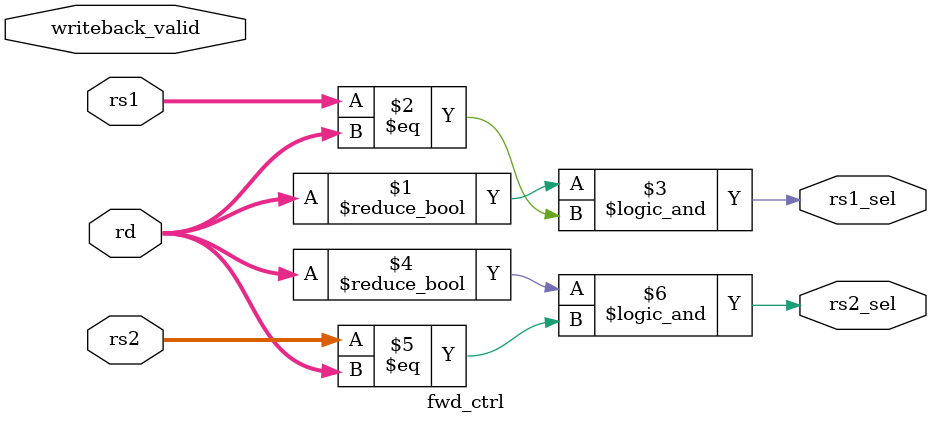
<source format=v>
module fwd_ctrl (
    input writeback_valid,
    input [4:0] rs1,
    input [4:0] rs2,
    input [4:0] rd,
    output rs1_sel,
    output rs2_sel
);

    assign rs1_sel = (rd != 5'b0) && (rs1 == rd);
    assign rs2_sel = (rd != 5'b0) && (rs2 == rd);  

endmodule

</source>
